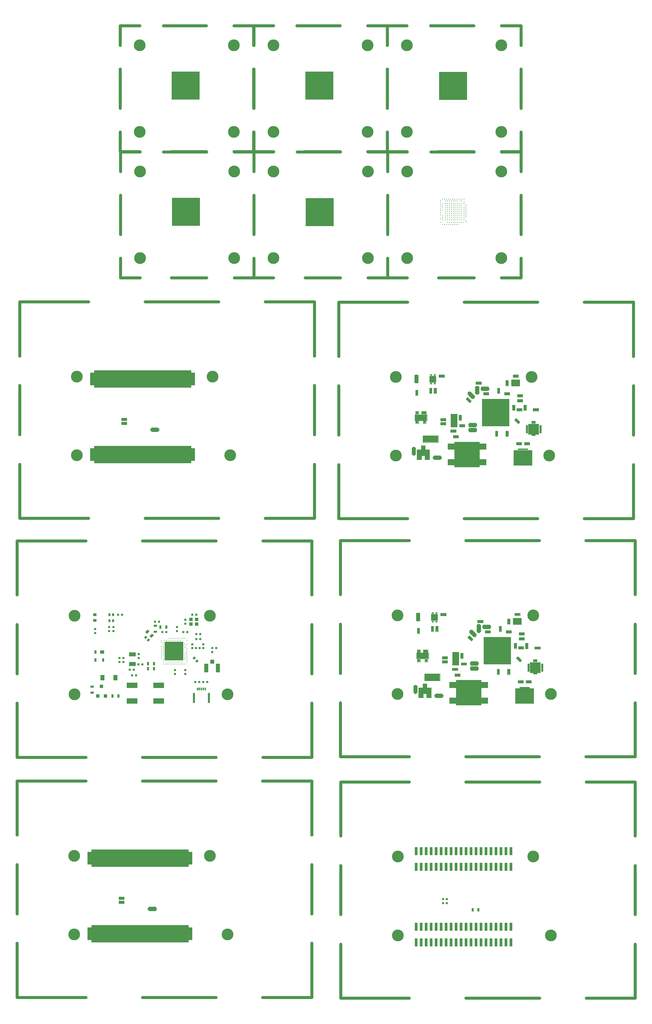
<source format=gtp>
G04 Layer_Color=8421504*
%FSLAX25Y25*%
%MOIN*%
G70*
G01*
G75*
%ADD10C,0.11811*%
%ADD11R,0.27953X0.27953*%
%ADD12R,0.01968X0.02362*%
%ADD13R,0.02992X0.07874*%
%ADD14R,0.02362X0.03543*%
%ADD15C,0.03000*%
%ADD16C,0.00050*%
%ADD17R,0.03839X0.12795*%
%ADD18R,0.97244X0.17323*%
%ADD19R,0.05512X0.02559*%
%ADD20R,0.02559X0.05512*%
%ADD21R,0.01968X0.01575*%
%ADD22R,0.06693X0.07087*%
%ADD23R,0.02559X0.05512*%
G04:AMPARAMS|DCode=24|XSize=55.12mil|YSize=25.59mil|CornerRadius=0mil|HoleSize=0mil|Usage=FLASHONLY|Rotation=315.000|XOffset=0mil|YOffset=0mil|HoleType=Round|Shape=Rectangle|*
%AMROTATEDRECTD24*
4,1,4,-0.02854,0.01044,-0.01044,0.02854,0.02854,-0.01044,0.01044,-0.02854,-0.02854,0.01044,0.0*
%
%ADD24ROTATEDRECTD24*%

%ADD25R,0.11024X0.11024*%
%ADD26R,0.02362X0.07874*%
%ADD27R,0.03937X0.01181*%
%ADD28R,0.03937X0.02756*%
%ADD29R,0.18898X0.15551*%
%ADD30R,0.10236X0.01575*%
%ADD31R,0.27756X0.27756*%
%ADD32R,0.08661X0.07087*%
%ADD33R,0.07087X0.13386*%
%ADD34R,0.03150X0.03150*%
%ADD35R,0.04626X0.03150*%
%ADD36R,0.12205X0.05905*%
%ADD37R,0.25197X0.25197*%
%ADD38R,0.06693X0.06299*%
%ADD39R,0.15354X0.07087*%
%ADD40C,0.01319*%
%ADD41C,0.01315*%
%ADD42R,0.02362X0.01968*%
%ADD43R,0.03937X0.05512*%
%ADD44R,0.10827X0.05512*%
%ADD45R,0.07087X0.03937*%
%ADD46R,0.03740X0.03347*%
%ADD47R,0.03543X0.03740*%
%ADD48R,0.19095X0.19095*%
%ADD49C,0.01181*%
%ADD50R,0.02362X0.02362*%
%ADD51R,0.03543X0.02362*%
%ADD52R,0.01181X0.03150*%
%ADD53R,0.02362X0.10236*%
G04:AMPARAMS|DCode=54|XSize=43.31mil|YSize=88.58mil|CornerRadius=10.83mil|HoleSize=0mil|Usage=FLASHONLY|Rotation=180.000|XOffset=0mil|YOffset=0mil|HoleType=Round|Shape=RoundedRectangle|*
%AMROUNDEDRECTD54*
21,1,0.04331,0.06693,0,0,180.0*
21,1,0.02165,0.08858,0,0,180.0*
1,1,0.02165,-0.01083,0.03347*
1,1,0.02165,0.01083,0.03347*
1,1,0.02165,0.01083,-0.03347*
1,1,0.02165,-0.01083,-0.03347*
%
%ADD54ROUNDEDRECTD54*%
G04:AMPARAMS|DCode=55|XSize=41.34mil|YSize=43.31mil|CornerRadius=10.34mil|HoleSize=0mil|Usage=FLASHONLY|Rotation=180.000|XOffset=0mil|YOffset=0mil|HoleType=Round|Shape=RoundedRectangle|*
%AMROUNDEDRECTD55*
21,1,0.04134,0.02264,0,0,180.0*
21,1,0.02067,0.04331,0,0,180.0*
1,1,0.02067,-0.01034,0.01132*
1,1,0.02067,0.01034,0.01132*
1,1,0.02067,0.01034,-0.01132*
1,1,0.02067,-0.01034,-0.01132*
%
%ADD55ROUNDEDRECTD55*%
G04:AMPARAMS|DCode=56|XSize=23.62mil|YSize=35.43mil|CornerRadius=0mil|HoleSize=0mil|Usage=FLASHONLY|Rotation=315.000|XOffset=0mil|YOffset=0mil|HoleType=Round|Shape=Rectangle|*
%AMROTATEDRECTD56*
4,1,4,-0.02088,-0.00418,0.00418,0.02088,0.02088,0.00418,-0.00418,-0.02088,-0.02088,-0.00418,0.0*
%
%ADD56ROTATEDRECTD56*%

G04:AMPARAMS|DCode=57|XSize=19.68mil|YSize=23.62mil|CornerRadius=0mil|HoleSize=0mil|Usage=FLASHONLY|Rotation=135.000|XOffset=0mil|YOffset=0mil|HoleType=Round|Shape=Rectangle|*
%AMROTATEDRECTD57*
4,1,4,0.01531,0.00139,-0.00139,-0.01531,-0.01531,-0.00139,0.00139,0.01531,0.01531,0.00139,0.0*
%
%ADD57ROTATEDRECTD57*%

%ADD58R,0.02165X0.03150*%
%ADD59R,0.03200X0.03000*%
%ADD60R,0.02362X0.03347*%
%ADD61R,0.03937X0.03347*%
G36*
X463614Y372705D02*
X464598D01*
Y365815D01*
X463614D01*
Y365028D01*
X461646D01*
Y365815D01*
X460661D01*
Y372705D01*
X461646D01*
Y373492D01*
X463614D01*
Y372705D01*
D02*
G37*
G36*
X524147Y348433D02*
X518635D01*
Y350992D01*
X524147D01*
Y348433D01*
D02*
G37*
G36*
X460458Y363216D02*
X459762Y362520D01*
X460319Y361963D01*
X458927Y360571D01*
X458370Y361128D01*
X457674Y360432D01*
X452802Y365304D01*
X453498Y366000D01*
X452941Y366557D01*
X454333Y367949D01*
X454890Y367392D01*
X455586Y368088D01*
X460458Y363216D01*
D02*
G37*
G36*
X402803Y384390D02*
X403787D01*
Y376516D01*
X402803D01*
Y376122D01*
X400835D01*
Y376516D01*
X399850D01*
Y384390D01*
X400835D01*
Y384784D01*
X402803D01*
Y384390D01*
D02*
G37*
G36*
X473894Y371819D02*
X474681D01*
Y369850D01*
X473894D01*
Y368866D01*
X467004D01*
Y369850D01*
X466217D01*
Y371819D01*
X467004D01*
Y372803D01*
X473894D01*
Y371819D01*
D02*
G37*
G36*
X461575Y335244D02*
X462362D01*
Y333276D01*
X461575D01*
Y332291D01*
X454685D01*
Y333276D01*
X453898D01*
Y335244D01*
X454685D01*
Y336228D01*
X461575D01*
Y335244D01*
D02*
G37*
G36*
X426075Y302744D02*
X426862D01*
Y300776D01*
X426075D01*
Y299791D01*
X419185D01*
Y300776D01*
X418398D01*
Y302744D01*
X419185D01*
Y303728D01*
X426075D01*
Y302744D01*
D02*
G37*
G36*
X138771Y90524D02*
Y89539D01*
X139558Y89539D01*
Y87571D01*
X138771Y87571D01*
Y86587D01*
X131881Y86587D01*
Y87571D01*
X131094D01*
Y89539D01*
X131881D01*
Y90524D01*
X138771Y90524D01*
D02*
G37*
G36*
X410618Y309734D02*
X414850D01*
Y299793D01*
X410421D01*
Y303829D01*
X406878D01*
Y299793D01*
X402350D01*
Y309734D01*
X406681D01*
Y313770D01*
X410618D01*
Y309734D01*
D02*
G37*
G36*
X461575Y330244D02*
X462362D01*
Y328276D01*
X461575D01*
Y327291D01*
X454685D01*
Y328276D01*
X453898D01*
Y330244D01*
X454685D01*
Y331228D01*
X461575D01*
Y330244D01*
D02*
G37*
G36*
X400083Y311705D02*
X401067D01*
Y304815D01*
X400083D01*
Y304028D01*
X398114D01*
Y304815D01*
X397130D01*
Y311705D01*
X398114D01*
Y312492D01*
X400083D01*
Y311705D01*
D02*
G37*
G36*
X461941Y611189D02*
X462925D01*
Y604299D01*
X461941D01*
Y603512D01*
X459972D01*
Y604299D01*
X458988D01*
Y611189D01*
X459972D01*
Y611976D01*
X461941D01*
Y611189D01*
D02*
G37*
G36*
X522474Y586917D02*
X516962D01*
Y589476D01*
X522474D01*
Y586917D01*
D02*
G37*
G36*
X458784Y601700D02*
X458089Y601004D01*
X458645Y600447D01*
X457253Y599055D01*
X456697Y599612D01*
X456001Y598916D01*
X451129Y603788D01*
X451825Y604484D01*
X451268Y605041D01*
X452660Y606433D01*
X453217Y605876D01*
X453913Y606572D01*
X458784Y601700D01*
D02*
G37*
G36*
X401130Y622874D02*
X402114D01*
Y615000D01*
X401130D01*
Y614606D01*
X399161D01*
Y615000D01*
X398177D01*
Y622874D01*
X399161D01*
Y623268D01*
X401130D01*
Y622874D01*
D02*
G37*
G36*
X472221Y610303D02*
X473008D01*
Y608335D01*
X472221D01*
Y607350D01*
X465331D01*
Y608335D01*
X464543D01*
Y610303D01*
X465331D01*
Y611287D01*
X472221D01*
Y610303D01*
D02*
G37*
G36*
X459902Y573728D02*
X460689D01*
Y571760D01*
X459902D01*
Y570776D01*
X453012D01*
Y571760D01*
X452224D01*
Y573728D01*
X453012D01*
Y574713D01*
X459902D01*
Y573728D01*
D02*
G37*
G36*
X408945Y548218D02*
X413177D01*
Y538277D01*
X408748D01*
Y542313D01*
X405205D01*
Y538277D01*
X400677D01*
Y548218D01*
X405008D01*
Y552254D01*
X408945D01*
Y548218D01*
D02*
G37*
G36*
X424402Y541228D02*
X425189D01*
Y539260D01*
X424402D01*
Y538276D01*
X417512D01*
Y539260D01*
X416724D01*
Y541228D01*
X417512D01*
Y542213D01*
X424402D01*
Y541228D01*
D02*
G37*
G36*
X398409Y550189D02*
X399394D01*
Y543299D01*
X398409D01*
Y542512D01*
X396441D01*
Y543299D01*
X395457D01*
Y550189D01*
X396441D01*
Y550976D01*
X398409D01*
Y550189D01*
D02*
G37*
G36*
X141428Y570051D02*
Y569067D01*
X142216Y569067D01*
Y567098D01*
X141428Y567098D01*
Y566114D01*
X134539Y566114D01*
Y567098D01*
X133751D01*
Y569067D01*
X134539D01*
Y570051D01*
X141428Y570051D01*
D02*
G37*
G36*
X459902Y568728D02*
X460689D01*
Y566760D01*
X459902D01*
Y565776D01*
X453012D01*
Y566760D01*
X452224D01*
Y568728D01*
X453012D01*
Y569713D01*
X459902D01*
Y568728D01*
D02*
G37*
D10*
X485335Y739961D02*
D03*
X390846D02*
D03*
X485335Y826575D02*
D03*
X390846D02*
D03*
X256988D02*
D03*
X351476D02*
D03*
X256988Y739961D02*
D03*
X351476D02*
D03*
X123130Y826575D02*
D03*
X217618D02*
D03*
X123130Y739961D02*
D03*
X217618D02*
D03*
X351279Y866142D02*
D03*
X256791D02*
D03*
X351279Y952756D02*
D03*
X256791D02*
D03*
X485138Y866142D02*
D03*
X390650D02*
D03*
X485138Y952756D02*
D03*
X390650D02*
D03*
X217323Y866142D02*
D03*
X122835D02*
D03*
X217323Y952756D02*
D03*
X122835D02*
D03*
X60055Y621134D02*
D03*
Y542394D02*
D03*
X213598D02*
D03*
X195882Y621134D02*
D03*
X379728Y620795D02*
D03*
Y542055D02*
D03*
X533272D02*
D03*
X515555Y620795D02*
D03*
X57480Y381968D02*
D03*
Y303228D02*
D03*
X211024D02*
D03*
X193307Y381968D02*
D03*
X517228Y382311D02*
D03*
X534945Y303571D02*
D03*
X381401D02*
D03*
Y382311D02*
D03*
X193224Y141606D02*
D03*
X210941Y62866D02*
D03*
X57398D02*
D03*
Y141606D02*
D03*
X517378Y140720D02*
D03*
X535094Y61980D02*
D03*
X381551D02*
D03*
Y140720D02*
D03*
D11*
X303248Y786024D02*
D03*
X169390Y786221D02*
D03*
X303051Y912402D02*
D03*
X436909Y912205D02*
D03*
X169095Y912402D02*
D03*
D12*
X426780Y98169D02*
D03*
X430717D02*
D03*
X426780Y94169D02*
D03*
X430717D02*
D03*
X116846Y328017D02*
D03*
X112909D02*
D03*
X102709Y335417D02*
D03*
X106646D02*
D03*
X102709Y339417D02*
D03*
X106646D02*
D03*
X115409Y322217D02*
D03*
X119346D02*
D03*
X199438Y349370D02*
D03*
X138272Y375917D02*
D03*
X142209D02*
D03*
X179133Y349370D02*
D03*
X183070D02*
D03*
X178709Y315417D02*
D03*
X182646D02*
D03*
X186709D02*
D03*
X190646D02*
D03*
X125597Y333339D02*
D03*
X121660D02*
D03*
X149677Y365417D02*
D03*
X145740D02*
D03*
X170677D02*
D03*
X166740D02*
D03*
X179740Y363417D02*
D03*
X183677D02*
D03*
X179740Y358417D02*
D03*
X183677D02*
D03*
X179446Y383017D02*
D03*
X175509D02*
D03*
X101240Y382917D02*
D03*
X105177D02*
D03*
D13*
X494799Y146191D02*
D03*
Y130443D02*
D03*
X489799D02*
D03*
Y146191D02*
D03*
X484799Y130443D02*
D03*
Y146191D02*
D03*
X479799Y130443D02*
D03*
Y146191D02*
D03*
X474799Y130443D02*
D03*
Y146191D02*
D03*
X459799D02*
D03*
Y130443D02*
D03*
X454799Y146191D02*
D03*
Y130443D02*
D03*
X449799Y146191D02*
D03*
Y130443D02*
D03*
X444799Y146191D02*
D03*
Y130443D02*
D03*
X439799Y146191D02*
D03*
Y130443D02*
D03*
X434799Y146191D02*
D03*
Y130443D02*
D03*
X429799Y146191D02*
D03*
Y130443D02*
D03*
X424799Y146191D02*
D03*
Y130443D02*
D03*
X419799Y146191D02*
D03*
Y130443D02*
D03*
X414799Y146191D02*
D03*
Y130443D02*
D03*
X409799Y146191D02*
D03*
Y130443D02*
D03*
X404799Y146191D02*
D03*
Y130443D02*
D03*
X399799D02*
D03*
Y146191D02*
D03*
X464799D02*
D03*
Y130443D02*
D03*
X469799Y146191D02*
D03*
Y130443D02*
D03*
X494799Y70604D02*
D03*
Y54856D02*
D03*
X489799D02*
D03*
Y70604D02*
D03*
X484799Y54856D02*
D03*
Y70604D02*
D03*
X479799Y54856D02*
D03*
Y70604D02*
D03*
X474799Y54856D02*
D03*
Y70604D02*
D03*
X459799D02*
D03*
Y54856D02*
D03*
X454799Y70604D02*
D03*
Y54856D02*
D03*
X449799Y70604D02*
D03*
Y54856D02*
D03*
X444799Y70604D02*
D03*
Y54856D02*
D03*
X439799Y70604D02*
D03*
Y54856D02*
D03*
X434799Y70604D02*
D03*
Y54856D02*
D03*
X429799Y70604D02*
D03*
Y54856D02*
D03*
X424799Y70604D02*
D03*
Y54856D02*
D03*
X419799Y70604D02*
D03*
Y54856D02*
D03*
X414799Y70604D02*
D03*
Y54856D02*
D03*
X409799Y70604D02*
D03*
Y54856D02*
D03*
X404799Y70604D02*
D03*
Y54856D02*
D03*
X399799D02*
D03*
Y70604D02*
D03*
X464799D02*
D03*
Y54856D02*
D03*
X469799Y70604D02*
D03*
Y54856D02*
D03*
D14*
X462432Y87669D02*
D03*
X456527D02*
D03*
X95756Y301417D02*
D03*
X101661D02*
D03*
X137161Y328917D02*
D03*
X131256D02*
D03*
X143575Y370492D02*
D03*
X149480D02*
D03*
X137161Y333917D02*
D03*
X131256D02*
D03*
D15*
X414468Y846260D02*
X457776D01*
X371161Y763583D02*
Y802953D01*
X422342Y720276D02*
X457776D01*
X505020Y763583D02*
Y802953D01*
X485335Y720276D02*
X505020D01*
X371161D02*
X390846D01*
X505020Y826575D02*
Y846260D01*
Y720276D02*
Y739961D01*
X485335Y846260D02*
X505020D01*
X371161D02*
X390846D01*
X371161Y826575D02*
Y846260D01*
Y720276D02*
Y739961D01*
X237303Y720276D02*
Y739961D01*
Y826575D02*
Y846260D01*
X256988D01*
X351476D02*
X371161D01*
Y720276D02*
Y739961D01*
Y826575D02*
Y846260D01*
X237303Y720276D02*
X256988D01*
X351476D02*
X371161D01*
Y763583D02*
Y802953D01*
X288484Y720276D02*
X323917D01*
X237303Y763583D02*
Y802953D01*
X280610Y846260D02*
X323917D01*
X103445Y720276D02*
Y739961D01*
Y826575D02*
Y846260D01*
X123130D01*
X217618D02*
X237303D01*
Y720276D02*
Y739961D01*
Y826575D02*
Y846260D01*
X103445Y720276D02*
X123130D01*
X217618D02*
X237303D01*
Y763583D02*
Y802953D01*
X154626Y720276D02*
X190059D01*
X103445Y763583D02*
Y802953D01*
X146752Y846260D02*
X190059D01*
X280413Y972441D02*
X323721D01*
X237106Y889764D02*
Y929134D01*
X288287Y846457D02*
X323721D01*
X370965Y889764D02*
Y929134D01*
X351279Y846457D02*
X370965D01*
X237106D02*
X256791D01*
X370965Y952756D02*
Y972441D01*
Y846457D02*
Y866142D01*
X351279Y972441D02*
X370965D01*
X237106D02*
X256791D01*
X237106Y952756D02*
Y972441D01*
Y846457D02*
Y866142D01*
X414272Y972441D02*
X457579D01*
X370965Y889764D02*
Y929134D01*
X422146Y846457D02*
X457579D01*
X504823Y889764D02*
Y929134D01*
X485138Y846457D02*
X504823D01*
X370965D02*
X390650D01*
X504823Y952756D02*
Y972441D01*
Y846457D02*
Y866142D01*
X485138Y972441D02*
X504823D01*
X370965D02*
X390650D01*
X370965Y952756D02*
Y972441D01*
Y846457D02*
Y866142D01*
X504823Y846457D02*
Y866142D01*
Y952756D02*
Y972441D01*
Y889764D02*
Y929134D01*
X146457Y972441D02*
X189764D01*
X103150Y889764D02*
Y929134D01*
X154331Y846457D02*
X189764D01*
X237008Y889764D02*
Y929134D01*
X217323Y846457D02*
X237008D01*
X103150D02*
X122835D01*
X237008Y952756D02*
Y972441D01*
Y846457D02*
Y866142D01*
X217323Y972441D02*
X237008D01*
X103150D02*
X122835D01*
X103150Y952756D02*
Y972441D01*
Y846457D02*
Y866142D01*
X237008Y889764D02*
Y929134D01*
Y952756D02*
Y972441D01*
Y846457D02*
Y866142D01*
X297933Y563189D02*
Y612402D01*
X297933Y479528D02*
Y533661D01*
Y641929D02*
Y696063D01*
X2657Y641929D02*
Y696063D01*
Y479528D02*
Y533661D01*
X128150Y479528D02*
X201969D01*
X2657Y479528D02*
X71555D01*
X248721D02*
X297933D01*
X248721Y696063D02*
X297933D01*
X2657D02*
X71555D01*
X2657Y563189D02*
Y612402D01*
X128150Y696063D02*
X201969D01*
X617606Y562850D02*
Y612063D01*
X617606Y479189D02*
Y533323D01*
Y641590D02*
Y695724D01*
X322331Y641590D02*
Y695724D01*
Y479189D02*
Y533323D01*
X447823Y479189D02*
X521642D01*
X322331Y479189D02*
X391228D01*
X568394D02*
X617606D01*
X568394Y695724D02*
X617606D01*
X322331D02*
X391228D01*
X322331Y562850D02*
Y612063D01*
X447823Y695724D02*
X521642D01*
X125575Y456898D02*
X199394D01*
X83Y324024D02*
Y373236D01*
X83Y456898D02*
X68980D01*
X246146D02*
X295358D01*
X246146Y240362D02*
X295358D01*
X83D02*
X68980D01*
X125575Y240362D02*
X199394D01*
X83Y240362D02*
Y294496D01*
Y402764D02*
Y456898D01*
X295358Y402764D02*
Y456898D01*
Y240362D02*
Y294496D01*
X295358Y324024D02*
Y373236D01*
X449496Y457240D02*
X523315D01*
X324004Y324366D02*
Y373579D01*
X324004Y457240D02*
X392901D01*
X570067D02*
X619279D01*
X570067Y240705D02*
X619279D01*
X324004D02*
X392901D01*
X449496Y240705D02*
X523315D01*
X324004Y240705D02*
Y294839D01*
Y403106D02*
Y457240D01*
X619279Y403106D02*
Y457240D01*
Y240705D02*
Y294839D01*
X619280Y324366D02*
Y373579D01*
X125492Y216535D02*
X199311D01*
X0Y83661D02*
Y132874D01*
X0Y216535D02*
X68898D01*
X246063D02*
X295276D01*
X246063Y0D02*
X295276D01*
X0D02*
X68898D01*
X125492Y-0D02*
X199311D01*
X0Y0D02*
Y54134D01*
Y162402D02*
Y216535D01*
X295276Y162402D02*
Y216535D01*
Y0D02*
Y54134D01*
X295276Y83661D02*
Y132874D01*
X449646Y215650D02*
X523464D01*
X324154Y82776D02*
Y131988D01*
X324153Y215650D02*
X393051D01*
X570217D02*
X619429D01*
X570217Y-886D02*
X619429D01*
X324153D02*
X393051D01*
X449646Y-886D02*
X523464D01*
X324153Y-886D02*
Y53248D01*
Y161516D02*
Y215650D01*
X619429Y161516D02*
Y215650D01*
Y-886D02*
Y53248D01*
X619429Y82776D02*
Y131988D01*
D16*
X134539Y570051D02*
X141428Y570051D01*
X134539Y566114D02*
X141428Y566114D01*
X134539Y566114D02*
Y567098D01*
X133751D02*
X134539D01*
X133751D02*
Y569067D01*
X134539D01*
Y570051D01*
X141428Y569067D02*
Y570051D01*
Y569067D02*
X142216Y569067D01*
Y567098D02*
Y569067D01*
X141428Y567098D02*
X142216Y567098D01*
X141428Y566114D02*
Y567098D01*
X104496Y575862D02*
X110008D01*
X104496Y573303D02*
X110008D01*
X104496D02*
Y575862D01*
X110008Y573303D02*
Y575862D01*
X104496Y579862D02*
X110008D01*
X104496Y577303D02*
X110008D01*
X104496D02*
Y579862D01*
X110008Y577303D02*
Y579862D01*
X422701Y620465D02*
Y623024D01*
X428213Y620465D02*
Y623024D01*
X422701Y620465D02*
X428213D01*
X422701Y623024D02*
X428213D01*
X413177Y610000D02*
X415736D01*
X413177Y604488D02*
X415736D01*
X413177D02*
Y610000D01*
X415736Y604488D02*
Y610000D01*
X417677D02*
X420236D01*
X417677Y604488D02*
X420236D01*
X417677D02*
Y610000D01*
X420236Y604488D02*
Y610000D01*
X399197Y608022D02*
X401756D01*
X399197Y602510D02*
X401756D01*
X399197D02*
Y608022D01*
X401756Y602510D02*
Y608022D01*
X496969Y623124D02*
X502481D01*
X496969Y620565D02*
X502481D01*
Y623124D01*
X496969Y620565D02*
Y623124D01*
X492236Y611988D02*
Y617500D01*
X489677Y611988D02*
Y617500D01*
Y611988D02*
X492236D01*
X489677Y617500D02*
X492236D01*
X496470Y587441D02*
Y592953D01*
X499029Y587441D02*
Y592953D01*
X496470D02*
X499029D01*
X496470Y587441D02*
X499029D01*
X507670Y587409D02*
Y592921D01*
X510229Y587409D02*
Y592921D01*
X507670D02*
X510229D01*
X507670Y587409D02*
X510229D01*
X449623Y598810D02*
X453520Y594912D01*
X451432Y600619D02*
X455330Y596722D01*
X449623Y598810D02*
X451432Y600619D01*
X453520Y594912D02*
X455330Y596722D01*
X453012Y570776D02*
X459902D01*
X453012Y574713D02*
X459902D01*
X453012Y573728D02*
Y574713D01*
X452224Y573728D02*
X453012D01*
X452224Y571760D02*
Y573728D01*
Y571760D02*
X453012D01*
Y570776D02*
Y571760D01*
X459902Y570776D02*
Y571760D01*
X460689D01*
Y573728D01*
X459902D02*
X460689D01*
X459902D02*
Y574713D01*
X481736Y561488D02*
Y567000D01*
X479177Y561488D02*
Y567000D01*
Y561488D02*
X481736D01*
X479177Y567000D02*
X481736D01*
X492136Y561488D02*
Y567000D01*
X489577Y561488D02*
Y567000D01*
Y561488D02*
X492136D01*
X489577Y567000D02*
X492136D01*
X500181Y579698D02*
X504079Y575800D01*
X498372Y577888D02*
X502269Y573991D01*
X504079Y575800D01*
X498372Y577888D02*
X500181Y579698D01*
X501201Y595965D02*
X506713D01*
X501201Y598524D02*
X506713D01*
X501201Y595965D02*
Y598524D01*
X506713Y595965D02*
Y598524D01*
X501201Y600965D02*
X506713D01*
X501201Y603524D02*
X506713D01*
X501201Y600965D02*
Y603524D01*
X506713Y600965D02*
Y603524D01*
X488201Y605524D02*
X493713D01*
X488201Y602965D02*
X493713D01*
Y605524D01*
X488201Y602965D02*
Y605524D01*
X481177Y604488D02*
Y610000D01*
X483736Y604488D02*
Y610000D01*
X481177D02*
X483736D01*
X481177Y604488D02*
X483736D01*
X451129Y603788D02*
X456001Y598916D01*
X453913Y606572D02*
X458784Y601700D01*
X453217Y605876D02*
X453913Y606572D01*
X452660Y606433D02*
X453217Y605876D01*
X451268Y605041D02*
X452660Y606433D01*
X451268Y605041D02*
X451825Y604484D01*
X451129Y603788D02*
X451825Y604484D01*
X456001Y598916D02*
X456697Y599612D01*
X457253Y599055D01*
X458645Y600447D01*
X458089Y601004D02*
X458645Y600447D01*
X458089Y601004D02*
X458784Y601700D01*
X465331Y611287D02*
X472221D01*
X465331Y607350D02*
X472221D01*
Y608335D01*
X473008D01*
Y610303D01*
X472221D02*
X473008D01*
X472221D02*
Y611287D01*
X465331Y610303D02*
Y611287D01*
X464543Y610303D02*
X465331D01*
X464543Y608335D02*
Y610303D01*
Y608335D02*
X465331D01*
Y607350D02*
Y608335D01*
X467201Y605524D02*
X472713D01*
X467201Y602965D02*
X472713D01*
Y605524D01*
X467201Y602965D02*
Y605524D01*
X445356Y577510D02*
Y583022D01*
X442797Y577510D02*
Y583022D01*
Y577510D02*
X445356D01*
X442797Y583022D02*
X445356D01*
X443120Y573445D02*
X448632D01*
X443120Y570886D02*
X448632D01*
Y573445D01*
X443120Y570886D02*
Y573445D01*
X453012Y565776D02*
X459902D01*
X453012Y569713D02*
X459902D01*
X453012Y568728D02*
Y569713D01*
X452224Y568728D02*
X453012D01*
X452224Y566760D02*
Y568728D01*
Y566760D02*
X453012D01*
Y565776D02*
Y566760D01*
X459902Y565776D02*
Y566760D01*
X460689D01*
Y568728D01*
X459902D02*
X460689D01*
X459902D02*
Y569713D01*
X508169Y552965D02*
X513681D01*
X508169Y555524D02*
X513681D01*
X508169Y552965D02*
Y555524D01*
X513681Y552965D02*
Y555524D01*
X500169Y552965D02*
X505681D01*
X500169Y555524D02*
X505681D01*
X500169Y552965D02*
Y555524D01*
X505681Y552965D02*
Y555524D01*
X399394Y543299D02*
Y550189D01*
X395457Y543299D02*
Y550189D01*
Y543299D02*
X396441D01*
Y542512D02*
Y543299D01*
Y542512D02*
X398409D01*
Y543299D01*
X399394D01*
X398409Y550189D02*
X399394D01*
X398409D02*
Y550976D01*
X396441D02*
X398409D01*
X396441Y550189D02*
Y550976D01*
X395457Y550189D02*
X396441D01*
X417512Y542213D02*
X424402D01*
X417512Y538276D02*
X424402D01*
Y539260D01*
X425189D01*
Y541228D01*
X424402D02*
X425189D01*
X424402D02*
Y542213D01*
X417512Y541228D02*
Y542213D01*
X416724Y541228D02*
X417512D01*
X416724Y539260D02*
Y541228D01*
Y539260D02*
X417512D01*
Y538276D02*
Y539260D01*
X500593Y586917D02*
X506105D01*
X500593Y589476D02*
X506105D01*
X500593Y586917D02*
Y589476D01*
X506105Y586917D02*
Y589476D01*
X462925Y604299D02*
Y611189D01*
X458988Y604299D02*
Y611189D01*
Y604299D02*
X459972D01*
Y603512D02*
Y604299D01*
Y603512D02*
X461941D01*
Y604299D01*
X462925D01*
X461941Y611189D02*
X462925D01*
X461941D02*
Y611976D01*
X459972D02*
X461941D01*
X459972Y611189D02*
Y611976D01*
X458988Y611189D02*
X459972D01*
X459732Y613465D02*
X465244D01*
X459732Y616024D02*
X465244D01*
X459732Y613465D02*
Y616024D01*
X465244Y613465D02*
Y616024D01*
X522474Y586917D02*
Y589476D01*
X516962Y586917D02*
Y589476D01*
Y586917D02*
X522474D01*
X516962Y589476D02*
X522474D01*
X436869Y559765D02*
X442381D01*
X436869Y562324D02*
X442381D01*
X436869Y559765D02*
Y562324D01*
X442381Y559765D02*
Y562324D01*
X424169Y572965D02*
X429681D01*
X424169Y575524D02*
X429681D01*
X424169Y572965D02*
Y575524D01*
X429681Y572965D02*
Y575524D01*
X424169Y576965D02*
X429681D01*
X424169Y579524D02*
X429681D01*
X424169Y576965D02*
Y579524D01*
X429681Y576965D02*
Y579524D01*
X405008Y548218D02*
Y552254D01*
X408945D01*
Y548218D02*
Y552254D01*
X400677Y542313D02*
Y548218D01*
X413177Y542313D02*
Y548218D01*
X408945D02*
X413177D01*
Y538277D02*
Y542313D01*
X408748Y538277D02*
X413177D01*
X408748D02*
Y542313D01*
X405205Y538277D02*
Y542313D01*
X401661Y538277D02*
X405205D01*
X400677D02*
Y542313D01*
Y538277D02*
X401661D01*
X405205Y542313D02*
X408748D01*
X400677Y548218D02*
X405008D01*
X409902Y583232D02*
Y586382D01*
X405276D02*
X409902D01*
X405276Y583232D02*
Y586382D01*
X402520Y583232D02*
Y586382D01*
X399370D02*
X402520D01*
X399370Y583232D02*
Y586382D01*
X402520Y574177D02*
Y577327D01*
X399370Y574177D02*
X402520D01*
X399370D02*
Y577327D01*
X406850Y574177D02*
Y577327D01*
Y574177D02*
X410000D01*
Y577327D01*
X409902Y583232D02*
X410787D01*
X410000Y577327D02*
X410787D01*
Y583232D01*
X402520D02*
X405276D01*
X398583D02*
X399370D01*
X398583Y577327D02*
Y583232D01*
Y577327D02*
X399370D01*
X402520D02*
X406850D01*
X406752Y555201D02*
X422106D01*
Y558744D01*
X406752Y562287D02*
X422106D01*
Y558744D02*
Y562287D01*
X406752Y555201D02*
Y562287D01*
X434369Y568124D02*
X439881D01*
X434369Y565565D02*
X439881D01*
Y568124D01*
X434369Y565565D02*
Y568124D01*
X436042Y329639D02*
X441554D01*
X436042Y327080D02*
X441554D01*
Y329639D01*
X436042Y327080D02*
Y329639D01*
X408425Y316717D02*
X423779D01*
Y320260D01*
X408425Y323803D02*
X423779D01*
Y320260D02*
Y323803D01*
X408425Y316717D02*
Y323803D01*
X411575Y344748D02*
Y347898D01*
X406949D02*
X411575D01*
X406949Y344748D02*
Y347898D01*
X404193Y344748D02*
Y347898D01*
X401043D02*
X404193D01*
X401043Y344748D02*
Y347898D01*
X404193Y335693D02*
Y338843D01*
X401043Y335693D02*
X404193D01*
X401043D02*
Y338843D01*
X408524Y335693D02*
Y338843D01*
Y335693D02*
X411673D01*
Y338843D01*
X411575Y344748D02*
X412461D01*
X411673Y338843D02*
X412461D01*
Y344748D01*
X404193D02*
X406949D01*
X400256D02*
X401043D01*
X400256Y338843D02*
Y344748D01*
Y338843D02*
X401043D01*
X404193D02*
X408524D01*
X406681Y309734D02*
Y313770D01*
X410618D01*
Y309734D02*
Y313770D01*
X402350Y303829D02*
Y309734D01*
X414850Y303829D02*
Y309734D01*
X410618D02*
X414850D01*
Y299793D02*
Y303829D01*
X410421Y299793D02*
X414850D01*
X410421D02*
Y303829D01*
X406878Y299793D02*
Y303829D01*
X403335Y299793D02*
X406878D01*
X402350D02*
Y303829D01*
Y299793D02*
X403335D01*
X406878Y303829D02*
X410421D01*
X402350Y309734D02*
X406681D01*
X425843Y338480D02*
X431354D01*
X425843Y341039D02*
X431354D01*
X425843Y338480D02*
Y341039D01*
X431354Y338480D02*
Y341039D01*
X425843Y334480D02*
X431354D01*
X425843Y337039D02*
X431354D01*
X425843Y334480D02*
Y337039D01*
X431354Y334480D02*
Y337039D01*
X438543Y321280D02*
X444054D01*
X438543Y323839D02*
X444054D01*
X438543Y321280D02*
Y323839D01*
X444054Y321280D02*
Y323839D01*
X524147Y348433D02*
Y350992D01*
X518635Y348433D02*
Y350992D01*
Y348433D02*
X524147D01*
X518635Y350992D02*
X524147D01*
X461406Y374980D02*
X466917D01*
X461406Y377539D02*
X466917D01*
X461406Y374980D02*
Y377539D01*
X466917Y374980D02*
Y377539D01*
X464598Y365815D02*
Y372705D01*
X460661Y365815D02*
Y372705D01*
Y365815D02*
X461646D01*
Y365028D02*
Y365815D01*
Y365028D02*
X463614D01*
Y365815D01*
X464598D01*
X463614Y372705D02*
X464598D01*
X463614D02*
Y373492D01*
X461646D02*
X463614D01*
X461646Y372705D02*
Y373492D01*
X460661Y372705D02*
X461646D01*
X502267Y348433D02*
X507778D01*
X502267Y350992D02*
X507778D01*
X502267Y348433D02*
Y350992D01*
X507778Y348433D02*
Y350992D01*
X419185Y303728D02*
X426075D01*
X419185Y299791D02*
X426075D01*
Y300776D01*
X426862D01*
Y302744D01*
X426075D02*
X426862D01*
X426075D02*
Y303728D01*
X419185Y302744D02*
Y303728D01*
X418398Y302744D02*
X419185D01*
X418398Y300776D02*
Y302744D01*
Y300776D02*
X419185D01*
Y299791D02*
Y300776D01*
X401067Y304815D02*
Y311705D01*
X397130Y304815D02*
Y311705D01*
Y304815D02*
X398114D01*
Y304028D02*
Y304815D01*
Y304028D02*
X400083D01*
Y304815D01*
X401067D01*
X400083Y311705D02*
X401067D01*
X400083D02*
Y312492D01*
X398114D02*
X400083D01*
X398114Y311705D02*
Y312492D01*
X397130Y311705D02*
X398114D01*
X501842Y314480D02*
X507354D01*
X501842Y317039D02*
X507354D01*
X501842Y314480D02*
Y317039D01*
X507354Y314480D02*
Y317039D01*
X509842Y314480D02*
X515354D01*
X509842Y317039D02*
X515354D01*
X509842Y314480D02*
Y317039D01*
X515354Y314480D02*
Y317039D01*
X454685Y327291D02*
X461575D01*
X454685Y331228D02*
X461575D01*
X454685Y330244D02*
Y331228D01*
X453898Y330244D02*
X454685D01*
X453898Y328276D02*
Y330244D01*
Y328276D02*
X454685D01*
Y327291D02*
Y328276D01*
X461575Y327291D02*
Y328276D01*
X462362D01*
Y330244D01*
X461575D02*
X462362D01*
X461575D02*
Y331228D01*
X444794Y334961D02*
X450306D01*
X444794Y332402D02*
X450306D01*
Y334961D01*
X444794Y332402D02*
Y334961D01*
X447029Y339025D02*
Y344537D01*
X444470Y339025D02*
Y344537D01*
Y339025D02*
X447029D01*
X444470Y344537D02*
X447029D01*
X468874Y367039D02*
X474386D01*
X468874Y364480D02*
X474386D01*
Y367039D01*
X468874Y364480D02*
Y367039D01*
X467004Y372803D02*
X473894D01*
X467004Y368866D02*
X473894D01*
Y369850D01*
X474681D01*
Y371819D01*
X473894D02*
X474681D01*
X473894D02*
Y372803D01*
X467004Y371819D02*
Y372803D01*
X466217Y371819D02*
X467004D01*
X466217Y369850D02*
Y371819D01*
Y369850D02*
X467004D01*
Y368866D02*
Y369850D01*
X452802Y365304D02*
X457674Y360432D01*
X455586Y368088D02*
X460458Y363216D01*
X454890Y367392D02*
X455586Y368088D01*
X454333Y367949D02*
X454890Y367392D01*
X452941Y366557D02*
X454333Y367949D01*
X452941Y366557D02*
X453498Y366000D01*
X452802Y365304D02*
X453498Y366000D01*
X457674Y360432D02*
X458370Y361128D01*
X458927Y360571D01*
X460319Y361963D01*
X459762Y362520D02*
X460319Y361963D01*
X459762Y362520D02*
X460458Y363216D01*
X482850Y366004D02*
Y371516D01*
X485409Y366004D02*
Y371516D01*
X482850D02*
X485409D01*
X482850Y366004D02*
X485409D01*
X489874Y367039D02*
X495386D01*
X489874Y364480D02*
X495386D01*
Y367039D01*
X489874Y364480D02*
Y367039D01*
X502874Y362480D02*
X508386D01*
X502874Y365039D02*
X508386D01*
X502874Y362480D02*
Y365039D01*
X508386Y362480D02*
Y365039D01*
X502874Y357480D02*
X508386D01*
X502874Y360039D02*
X508386D01*
X502874Y357480D02*
Y360039D01*
X508386Y357480D02*
Y360039D01*
X501854Y341213D02*
X505752Y337316D01*
X500045Y339404D02*
X503942Y335506D01*
X505752Y337316D01*
X500045Y339404D02*
X501854Y341213D01*
X493809Y323004D02*
Y328516D01*
X491250Y323004D02*
Y328516D01*
Y323004D02*
X493809D01*
X491250Y328516D02*
X493809D01*
X483409Y323004D02*
Y328516D01*
X480850Y323004D02*
Y328516D01*
Y323004D02*
X483409D01*
X480850Y328516D02*
X483409D01*
X454685Y332291D02*
X461575D01*
X454685Y336228D02*
X461575D01*
X454685Y335244D02*
Y336228D01*
X453898Y335244D02*
X454685D01*
X453898Y333276D02*
Y335244D01*
Y333276D02*
X454685D01*
Y332291D02*
Y333276D01*
X461575Y332291D02*
Y333276D01*
X462362D01*
Y335244D01*
X461575D02*
X462362D01*
X461575D02*
Y336228D01*
X451296Y360325D02*
X455194Y356428D01*
X453106Y362135D02*
X457003Y358237D01*
X451296Y360325D02*
X453106Y362135D01*
X455194Y356428D02*
X457003Y358237D01*
X509343Y348925D02*
Y354437D01*
X511902Y348925D02*
Y354437D01*
X509343D02*
X511902D01*
X509343Y348925D02*
X511902D01*
X498143Y348957D02*
Y354468D01*
X500702Y348957D02*
Y354468D01*
X498143D02*
X500702D01*
X498143Y348957D02*
X500702D01*
X493909Y373504D02*
Y379016D01*
X491350Y373504D02*
Y379016D01*
Y373504D02*
X493909D01*
X491350Y379016D02*
X493909D01*
X498642Y384639D02*
X504154D01*
X498642Y382080D02*
X504154D01*
Y384639D01*
X498642Y382080D02*
Y384639D01*
X400870Y369537D02*
X403429D01*
X400870Y364025D02*
X403429D01*
X400870D02*
Y369537D01*
X403429Y364025D02*
Y369537D01*
X419350Y371516D02*
X421909D01*
X419350Y366004D02*
X421909D01*
X419350D02*
Y371516D01*
X421909Y366004D02*
Y371516D01*
X414850D02*
X417409D01*
X414850Y366004D02*
X417409D01*
X414850D02*
Y371516D01*
X417409Y366004D02*
Y371516D01*
X424374Y381980D02*
Y384539D01*
X429886Y381980D02*
Y384539D01*
X424374Y381980D02*
X429886D01*
X424374Y384539D02*
X429886D01*
X101839Y100335D02*
X107350D01*
X101839Y97776D02*
X107350D01*
X101839D02*
Y100335D01*
X107350Y97776D02*
Y100335D01*
X101839Y96335D02*
X107350D01*
X101839Y93776D02*
X107350D01*
X101839D02*
Y96335D01*
X107350Y93776D02*
Y96335D01*
X131881Y90524D02*
X138771Y90524D01*
X131881Y86587D02*
X138771Y86587D01*
X131881Y86587D02*
Y87571D01*
X131094D02*
X131881D01*
X131094D02*
Y89539D01*
X131881D01*
Y90524D01*
X138771Y89539D02*
Y90524D01*
Y89539D02*
X139558Y89539D01*
Y87571D02*
Y89539D01*
X138771Y87571D02*
X139558Y87571D01*
X138771Y86587D02*
Y87571D01*
D17*
X176344Y543144D02*
D03*
X75261D02*
D03*
X176343Y618730D02*
D03*
X75260D02*
D03*
X173686Y139203D02*
D03*
X72603D02*
D03*
X173686Y63616D02*
D03*
X72603D02*
D03*
D18*
X125803Y543144D02*
D03*
X125803Y618730D02*
D03*
X123146Y139203D02*
D03*
X123146Y63616D02*
D03*
D19*
X107252Y574583D02*
D03*
Y578583D02*
D03*
X425457Y621744D02*
D03*
X499725Y621844D02*
D03*
X503957Y597244D02*
D03*
Y602244D02*
D03*
X490957Y604244D02*
D03*
X469957D02*
D03*
X445876Y572166D02*
D03*
X510925Y554244D02*
D03*
X502925D02*
D03*
X503349Y588197D02*
D03*
X462488Y614744D02*
D03*
X439625Y561044D02*
D03*
X426925Y574244D02*
D03*
Y578244D02*
D03*
X437125Y566844D02*
D03*
X438798Y328360D02*
D03*
X428598Y339760D02*
D03*
Y335760D02*
D03*
X441298Y322560D02*
D03*
X464161Y376260D02*
D03*
X505022Y349713D02*
D03*
X504598Y315760D02*
D03*
X512598D02*
D03*
X447550Y333681D02*
D03*
X471630Y365760D02*
D03*
X492630D02*
D03*
X505630Y363760D02*
D03*
Y358760D02*
D03*
X501398Y383360D02*
D03*
X427130Y383260D02*
D03*
X104595Y99055D02*
D03*
Y95055D02*
D03*
D20*
X414457Y607244D02*
D03*
X418957D02*
D03*
X400476Y605266D02*
D03*
X490957Y614744D02*
D03*
X480457Y564244D02*
D03*
X490857D02*
D03*
X444076Y580266D02*
D03*
X445750Y341781D02*
D03*
X492530Y325760D02*
D03*
X482130D02*
D03*
X492630Y376260D02*
D03*
X402149Y366781D02*
D03*
X420630Y368760D02*
D03*
X416130D02*
D03*
D21*
X414979Y614350D02*
D03*
X418523D02*
D03*
X414979Y623012D02*
D03*
X418523D02*
D03*
X416652Y375866D02*
D03*
X420196D02*
D03*
X416652Y384527D02*
D03*
X420196D02*
D03*
D22*
X416750Y618680D02*
D03*
X418424Y380196D02*
D03*
D23*
X497749Y590197D02*
D03*
X508949Y590165D02*
D03*
X482457Y607244D02*
D03*
X484130Y368760D02*
D03*
X510623Y351681D02*
D03*
X499423Y351713D02*
D03*
D24*
X452476Y597766D02*
D03*
X501225Y576844D02*
D03*
X502898Y338360D02*
D03*
X454150Y359281D02*
D03*
D25*
X517750Y568497D02*
D03*
X519423Y330012D02*
D03*
D26*
X524442Y568497D02*
D03*
X511056Y568497D02*
D03*
X526115Y330013D02*
D03*
X512730D02*
D03*
D27*
X517749Y562395D02*
D03*
X519422Y323910D02*
D03*
D28*
X517749Y575387D02*
D03*
X519422Y336902D02*
D03*
D29*
X506976Y539917D02*
D03*
X508650Y301433D02*
D03*
D30*
X506976Y548480D02*
D03*
X508650Y309996D02*
D03*
D31*
X479576Y585197D02*
D03*
X481249Y346713D02*
D03*
D32*
X499457Y614744D02*
D03*
X501130Y376260D02*
D03*
D33*
X437976Y577263D02*
D03*
X439649Y338779D02*
D03*
D34*
X400945Y584807D02*
D03*
Y575752D02*
D03*
X408425Y575752D02*
D03*
X402618Y346323D02*
D03*
Y337268D02*
D03*
X410098Y337268D02*
D03*
D35*
X407588Y584807D02*
D03*
X409262Y346323D02*
D03*
D36*
X404684Y580278D02*
D03*
X406357Y341793D02*
D03*
D37*
X450957Y543244D02*
D03*
X452630Y304760D02*
D03*
D38*
X466902Y535370D02*
D03*
Y551118D02*
D03*
X435012Y535370D02*
D03*
X435012Y551118D02*
D03*
X468575Y296886D02*
D03*
Y312634D02*
D03*
X436685Y296886D02*
D03*
X436685Y312634D02*
D03*
D39*
X414429Y558744D02*
D03*
X416102Y320259D02*
D03*
D40*
X426279Y799016D02*
D03*
X428248D02*
D03*
X430217D02*
D03*
X432185D02*
D03*
X434154D02*
D03*
X436122D02*
D03*
X438091D02*
D03*
X440059D02*
D03*
X442028D02*
D03*
X443996D02*
D03*
X445964D02*
D03*
X447933D02*
D03*
X424311Y797047D02*
D03*
X429232D02*
D03*
X431201D02*
D03*
X433169D02*
D03*
X435138D02*
D03*
X437106D02*
D03*
X439075D02*
D03*
X441043D02*
D03*
X444980D02*
D03*
X447933Y796063D02*
D03*
X424311Y795079D02*
D03*
X426279Y794095D02*
D03*
X447933D02*
D03*
X424311Y793110D02*
D03*
X449902D02*
D03*
X426279Y792126D02*
D03*
X424311Y791142D02*
D03*
X449902D02*
D03*
X426279Y790158D02*
D03*
X447933D02*
D03*
X424311Y789173D02*
D03*
X449902D02*
D03*
X426279Y788189D02*
D03*
X447933D02*
D03*
X424311Y787205D02*
D03*
X449902D02*
D03*
X447933Y786221D02*
D03*
X424311Y785236D02*
D03*
X449902D02*
D03*
X447933Y784252D02*
D03*
X424311Y783268D02*
D03*
X449902D02*
D03*
X426279Y782283D02*
D03*
X447933D02*
D03*
X449902Y781299D02*
D03*
X426279Y780315D02*
D03*
X447933D02*
D03*
X424311Y779331D02*
D03*
X447933Y778346D02*
D03*
X449902Y777362D02*
D03*
X426279Y778346D02*
D03*
X424311Y775394D02*
D03*
X431201D02*
D03*
X433169D02*
D03*
X435138D02*
D03*
X437106D02*
D03*
X439075D02*
D03*
X441043D02*
D03*
X443012D02*
D03*
X444980D02*
D03*
X446949D02*
D03*
X449902D02*
D03*
X426279Y773425D02*
D03*
X430217D02*
D03*
X432185D02*
D03*
X434154D02*
D03*
X436122D02*
D03*
X438091D02*
D03*
X440059D02*
D03*
X442028D02*
D03*
X428248D02*
D03*
X292421Y799016D02*
D03*
X294390D02*
D03*
X296358D02*
D03*
X298327D02*
D03*
X300295D02*
D03*
X302264D02*
D03*
X304232D02*
D03*
X306201D02*
D03*
X308169D02*
D03*
X310138D02*
D03*
X312106D02*
D03*
X314075D02*
D03*
X290453Y797047D02*
D03*
X295374D02*
D03*
X297342D02*
D03*
X299311D02*
D03*
X301279D02*
D03*
X303248D02*
D03*
X305217D02*
D03*
X307185D02*
D03*
X311122D02*
D03*
X314075Y796063D02*
D03*
X290453Y795079D02*
D03*
X292421Y794095D02*
D03*
X314075D02*
D03*
X290453Y793110D02*
D03*
X316043D02*
D03*
X292421Y792126D02*
D03*
X290453Y791142D02*
D03*
X316043D02*
D03*
X292421Y790158D02*
D03*
X314075D02*
D03*
X290453Y789173D02*
D03*
X316043D02*
D03*
X292421Y788189D02*
D03*
X314075D02*
D03*
X290453Y787205D02*
D03*
X316043D02*
D03*
X314075Y786221D02*
D03*
X290453Y785236D02*
D03*
X316043D02*
D03*
X314075Y784252D02*
D03*
X290453Y783268D02*
D03*
X316043D02*
D03*
X292421Y782283D02*
D03*
X314075D02*
D03*
X316043Y781299D02*
D03*
X292421Y780315D02*
D03*
X314075D02*
D03*
X290453Y779331D02*
D03*
X314075Y778346D02*
D03*
X316043Y777362D02*
D03*
X292421Y778346D02*
D03*
X290453Y775394D02*
D03*
X297342D02*
D03*
X299311D02*
D03*
X301279D02*
D03*
X303248D02*
D03*
X305217D02*
D03*
X307185D02*
D03*
X309154D02*
D03*
X311122D02*
D03*
X313090D02*
D03*
X316043D02*
D03*
X292421Y773425D02*
D03*
X296358D02*
D03*
X298327D02*
D03*
X300295D02*
D03*
X302264D02*
D03*
X304232D02*
D03*
X306201D02*
D03*
X308169D02*
D03*
X294390D02*
D03*
X158563Y799016D02*
D03*
X160531D02*
D03*
X162500D02*
D03*
X164469D02*
D03*
X166437D02*
D03*
X168405D02*
D03*
X170374D02*
D03*
X172343D02*
D03*
X174311D02*
D03*
X176279D02*
D03*
X178248D02*
D03*
X180217D02*
D03*
X156595Y797047D02*
D03*
X161516D02*
D03*
X163484D02*
D03*
X165453D02*
D03*
X167421D02*
D03*
X169390D02*
D03*
X171358D02*
D03*
X173327D02*
D03*
X177264D02*
D03*
X180217Y796063D02*
D03*
X156595Y795079D02*
D03*
X158563Y794095D02*
D03*
X180217D02*
D03*
X156595Y793110D02*
D03*
X182185D02*
D03*
X158563Y792126D02*
D03*
X156595Y791142D02*
D03*
X182185D02*
D03*
X158563Y790158D02*
D03*
X180217D02*
D03*
X156595Y789173D02*
D03*
X182185D02*
D03*
X158563Y788189D02*
D03*
X180217D02*
D03*
X156595Y787205D02*
D03*
X182185D02*
D03*
X180217Y786221D02*
D03*
X156595Y785236D02*
D03*
X182185D02*
D03*
X180217Y784252D02*
D03*
X156595Y783268D02*
D03*
X182185D02*
D03*
X158563Y782283D02*
D03*
X180217D02*
D03*
X182185Y781299D02*
D03*
X158563Y780315D02*
D03*
X180217D02*
D03*
X156595Y779331D02*
D03*
X180217Y778346D02*
D03*
X182185Y777362D02*
D03*
X158563Y778346D02*
D03*
X156595Y775394D02*
D03*
X163484D02*
D03*
X165453D02*
D03*
X167421D02*
D03*
X169390D02*
D03*
X171358D02*
D03*
X173327D02*
D03*
X175295D02*
D03*
X177264D02*
D03*
X179232D02*
D03*
X182185D02*
D03*
X158563Y773425D02*
D03*
X162500D02*
D03*
X164469D02*
D03*
X166437D02*
D03*
X168405D02*
D03*
X170374D02*
D03*
X172343D02*
D03*
X174311D02*
D03*
X160531D02*
D03*
X292224Y925197D02*
D03*
X294193D02*
D03*
X296161D02*
D03*
X298130D02*
D03*
X300098D02*
D03*
X302067D02*
D03*
X304035D02*
D03*
X306004D02*
D03*
X307972D02*
D03*
X309941D02*
D03*
X311909D02*
D03*
X313878D02*
D03*
X290256Y923228D02*
D03*
X295177D02*
D03*
X297146D02*
D03*
X299114D02*
D03*
X301083D02*
D03*
X303051D02*
D03*
X305020D02*
D03*
X306988D02*
D03*
X310925D02*
D03*
X313878Y922244D02*
D03*
X290256Y921260D02*
D03*
X292224Y920276D02*
D03*
X313878D02*
D03*
X290256Y919291D02*
D03*
X315846D02*
D03*
X292224Y918307D02*
D03*
X290256Y917323D02*
D03*
X315846D02*
D03*
X292224Y916339D02*
D03*
X313878D02*
D03*
X290256Y915354D02*
D03*
X315846D02*
D03*
X292224Y914370D02*
D03*
X313878D02*
D03*
X290256Y913386D02*
D03*
X315846D02*
D03*
X313878Y912402D02*
D03*
X290256Y911417D02*
D03*
X315846D02*
D03*
X313878Y910433D02*
D03*
X290256Y909449D02*
D03*
X315846D02*
D03*
X292224Y908465D02*
D03*
X313878D02*
D03*
X315846Y907480D02*
D03*
X292224Y906496D02*
D03*
X313878D02*
D03*
X290256Y905512D02*
D03*
X313878Y904528D02*
D03*
X315846Y903543D02*
D03*
X292224Y904527D02*
D03*
X290256Y901575D02*
D03*
X297146D02*
D03*
X299114D02*
D03*
X301083D02*
D03*
X303051D02*
D03*
X305020D02*
D03*
X306988D02*
D03*
X308957D02*
D03*
X310925D02*
D03*
X312894D02*
D03*
X315846D02*
D03*
X292224Y899606D02*
D03*
X296161D02*
D03*
X298130D02*
D03*
X300098D02*
D03*
X302067D02*
D03*
X304035D02*
D03*
X306004D02*
D03*
X307972D02*
D03*
X294193D02*
D03*
X426083Y925197D02*
D03*
X428051D02*
D03*
X430020D02*
D03*
X431988D02*
D03*
X433957D02*
D03*
X435925D02*
D03*
X437894D02*
D03*
X439862D02*
D03*
X441831D02*
D03*
X443799D02*
D03*
X445768D02*
D03*
X447736D02*
D03*
X424114Y923228D02*
D03*
X429035D02*
D03*
X431004D02*
D03*
X432972D02*
D03*
X434941D02*
D03*
X436909D02*
D03*
X438878D02*
D03*
X440846D02*
D03*
X444783D02*
D03*
X447736Y922244D02*
D03*
X424114Y921260D02*
D03*
X426083Y920276D02*
D03*
X447736D02*
D03*
X424114Y919291D02*
D03*
X449705D02*
D03*
X426083Y918307D02*
D03*
X424114Y917323D02*
D03*
X449705D02*
D03*
X426083Y916339D02*
D03*
X447736D02*
D03*
X424114Y915354D02*
D03*
X449705D02*
D03*
X426083Y914370D02*
D03*
X447736D02*
D03*
X424114Y913386D02*
D03*
X449705D02*
D03*
X447736Y912402D02*
D03*
X424114Y911417D02*
D03*
X449705D02*
D03*
X447736Y910433D02*
D03*
X424114Y909449D02*
D03*
X449705D02*
D03*
X426083Y908465D02*
D03*
X447736D02*
D03*
X449705Y907480D02*
D03*
X426083Y906496D02*
D03*
X447736D02*
D03*
X424114Y905512D02*
D03*
X447736Y904528D02*
D03*
X449705Y903543D02*
D03*
X426083Y904527D02*
D03*
X424114Y901575D02*
D03*
X431004D02*
D03*
X432972D02*
D03*
X434941D02*
D03*
X436909D02*
D03*
X438878D02*
D03*
X440846D02*
D03*
X442815D02*
D03*
X444783D02*
D03*
X446752D02*
D03*
X449705D02*
D03*
X426083Y899606D02*
D03*
X430020D02*
D03*
X431988D02*
D03*
X433957D02*
D03*
X435925D02*
D03*
X437894D02*
D03*
X439862D02*
D03*
X441831D02*
D03*
X428051D02*
D03*
X158268Y925197D02*
D03*
X160236D02*
D03*
X162205D02*
D03*
X164173D02*
D03*
X166142D02*
D03*
X168110D02*
D03*
X170079D02*
D03*
X172047D02*
D03*
X174016D02*
D03*
X175984D02*
D03*
X177953D02*
D03*
X179921D02*
D03*
X156299Y923228D02*
D03*
X161221D02*
D03*
X163189D02*
D03*
X165157D02*
D03*
X167126D02*
D03*
X169095D02*
D03*
X171063D02*
D03*
X173031D02*
D03*
X176969D02*
D03*
X179921Y922244D02*
D03*
X156299Y921260D02*
D03*
X158268Y920276D02*
D03*
X179921D02*
D03*
X156299Y919291D02*
D03*
X181890D02*
D03*
X158268Y918307D02*
D03*
X156299Y917323D02*
D03*
X181890D02*
D03*
X158268Y916339D02*
D03*
X179921D02*
D03*
X156299Y915354D02*
D03*
X181890D02*
D03*
X158268Y914370D02*
D03*
X179921D02*
D03*
X156299Y913386D02*
D03*
X181890D02*
D03*
X179921Y912402D02*
D03*
X156299Y911417D02*
D03*
X181890D02*
D03*
X179921Y910433D02*
D03*
X156299Y909449D02*
D03*
X181890D02*
D03*
X158268Y908465D02*
D03*
X179921D02*
D03*
X181890Y907480D02*
D03*
X158268Y906496D02*
D03*
X179921D02*
D03*
X156299Y905512D02*
D03*
X179921Y904528D02*
D03*
X181890Y903543D02*
D03*
X158268Y904527D02*
D03*
X156299Y901575D02*
D03*
X163189D02*
D03*
X165157D02*
D03*
X167126D02*
D03*
X169095D02*
D03*
X171063D02*
D03*
X173031D02*
D03*
X175000D02*
D03*
X176969D02*
D03*
X178937D02*
D03*
X181890D02*
D03*
X158268Y899606D02*
D03*
X162205D02*
D03*
X164173D02*
D03*
X166142D02*
D03*
X168110D02*
D03*
X170079D02*
D03*
X172047D02*
D03*
X174016D02*
D03*
X160236D02*
D03*
D41*
X444980Y778248D02*
D03*
Y780229D02*
D03*
Y782210D02*
D03*
Y784191D02*
D03*
Y786171D02*
D03*
Y788152D02*
D03*
Y790133D02*
D03*
Y792114D02*
D03*
Y794095D02*
D03*
X443012D02*
D03*
Y792114D02*
D03*
Y790133D02*
D03*
Y788152D02*
D03*
Y786171D02*
D03*
Y784191D02*
D03*
Y782210D02*
D03*
Y780229D02*
D03*
Y778248D02*
D03*
X441043Y794095D02*
D03*
Y792114D02*
D03*
Y790133D02*
D03*
Y788152D02*
D03*
Y786171D02*
D03*
Y784191D02*
D03*
Y782210D02*
D03*
Y780229D02*
D03*
Y778248D02*
D03*
X439075Y794095D02*
D03*
Y792114D02*
D03*
Y790133D02*
D03*
Y788152D02*
D03*
Y786171D02*
D03*
Y784191D02*
D03*
Y782210D02*
D03*
Y780229D02*
D03*
Y778248D02*
D03*
X437106Y794095D02*
D03*
Y792114D02*
D03*
Y790133D02*
D03*
Y788152D02*
D03*
Y786171D02*
D03*
Y784191D02*
D03*
Y782210D02*
D03*
Y780229D02*
D03*
Y778248D02*
D03*
X435138Y794095D02*
D03*
Y792114D02*
D03*
Y790133D02*
D03*
Y788152D02*
D03*
Y786171D02*
D03*
Y784191D02*
D03*
Y782210D02*
D03*
Y780229D02*
D03*
Y778248D02*
D03*
X433169Y794095D02*
D03*
Y792114D02*
D03*
Y790133D02*
D03*
Y788152D02*
D03*
Y786171D02*
D03*
Y784191D02*
D03*
Y782210D02*
D03*
Y780229D02*
D03*
Y778248D02*
D03*
X431201Y794095D02*
D03*
Y792114D02*
D03*
Y790133D02*
D03*
Y788152D02*
D03*
Y786171D02*
D03*
Y784191D02*
D03*
Y782210D02*
D03*
Y780229D02*
D03*
Y778248D02*
D03*
X429232Y794095D02*
D03*
Y792114D02*
D03*
Y790133D02*
D03*
Y788152D02*
D03*
Y786171D02*
D03*
Y784191D02*
D03*
Y782210D02*
D03*
Y780229D02*
D03*
Y778248D02*
D03*
X295374D02*
D03*
Y780229D02*
D03*
Y782210D02*
D03*
Y784191D02*
D03*
Y786171D02*
D03*
Y788152D02*
D03*
Y790133D02*
D03*
Y792114D02*
D03*
Y794095D02*
D03*
X297342Y778248D02*
D03*
Y780229D02*
D03*
Y782210D02*
D03*
Y784191D02*
D03*
Y786171D02*
D03*
Y788152D02*
D03*
Y790133D02*
D03*
Y792114D02*
D03*
Y794095D02*
D03*
X299311Y778248D02*
D03*
Y780229D02*
D03*
Y782210D02*
D03*
Y784191D02*
D03*
Y786171D02*
D03*
Y788152D02*
D03*
Y790133D02*
D03*
Y792114D02*
D03*
Y794095D02*
D03*
X301279Y778248D02*
D03*
Y780229D02*
D03*
Y782210D02*
D03*
Y784191D02*
D03*
Y786171D02*
D03*
Y788152D02*
D03*
Y790133D02*
D03*
Y792114D02*
D03*
Y794095D02*
D03*
X303248Y778248D02*
D03*
Y780229D02*
D03*
Y782210D02*
D03*
Y784191D02*
D03*
Y786171D02*
D03*
Y788152D02*
D03*
Y790133D02*
D03*
Y792114D02*
D03*
Y794095D02*
D03*
X305217Y778248D02*
D03*
Y780229D02*
D03*
Y782210D02*
D03*
Y784191D02*
D03*
Y786171D02*
D03*
Y788152D02*
D03*
Y790133D02*
D03*
Y792114D02*
D03*
Y794095D02*
D03*
X307185Y778248D02*
D03*
Y780229D02*
D03*
Y782210D02*
D03*
Y784191D02*
D03*
Y786171D02*
D03*
Y788152D02*
D03*
Y790133D02*
D03*
Y792114D02*
D03*
Y794095D02*
D03*
X309154Y778248D02*
D03*
Y780229D02*
D03*
Y782210D02*
D03*
Y784191D02*
D03*
Y786171D02*
D03*
Y788152D02*
D03*
Y790133D02*
D03*
Y792114D02*
D03*
Y794095D02*
D03*
X311122D02*
D03*
Y792114D02*
D03*
Y790133D02*
D03*
Y788152D02*
D03*
Y786171D02*
D03*
Y784191D02*
D03*
Y782210D02*
D03*
Y780229D02*
D03*
Y778248D02*
D03*
X161516D02*
D03*
Y780229D02*
D03*
Y782210D02*
D03*
Y784191D02*
D03*
Y786171D02*
D03*
Y788152D02*
D03*
Y790133D02*
D03*
Y792114D02*
D03*
Y794095D02*
D03*
X163484Y778248D02*
D03*
Y780229D02*
D03*
Y782210D02*
D03*
Y784191D02*
D03*
Y786171D02*
D03*
Y788152D02*
D03*
Y790133D02*
D03*
Y792114D02*
D03*
Y794095D02*
D03*
X165453Y778248D02*
D03*
Y780229D02*
D03*
Y782210D02*
D03*
Y784191D02*
D03*
Y786171D02*
D03*
Y788152D02*
D03*
Y790133D02*
D03*
Y792114D02*
D03*
Y794095D02*
D03*
X167421Y778248D02*
D03*
Y780229D02*
D03*
Y782210D02*
D03*
Y784191D02*
D03*
Y786171D02*
D03*
Y788152D02*
D03*
Y790133D02*
D03*
Y792114D02*
D03*
Y794095D02*
D03*
X169390Y778248D02*
D03*
Y780229D02*
D03*
Y782210D02*
D03*
Y784191D02*
D03*
Y786171D02*
D03*
Y788152D02*
D03*
Y790133D02*
D03*
Y792114D02*
D03*
Y794095D02*
D03*
X171358Y778248D02*
D03*
Y780229D02*
D03*
Y782210D02*
D03*
Y784191D02*
D03*
Y786171D02*
D03*
Y788152D02*
D03*
Y790133D02*
D03*
Y792114D02*
D03*
Y794095D02*
D03*
X173327Y778248D02*
D03*
Y780229D02*
D03*
Y782210D02*
D03*
Y784191D02*
D03*
Y786171D02*
D03*
Y788152D02*
D03*
Y790133D02*
D03*
Y792114D02*
D03*
Y794095D02*
D03*
X175295Y778248D02*
D03*
Y780229D02*
D03*
Y782210D02*
D03*
Y784191D02*
D03*
Y786171D02*
D03*
Y788152D02*
D03*
Y790133D02*
D03*
Y792114D02*
D03*
Y794095D02*
D03*
X177264D02*
D03*
Y792114D02*
D03*
Y790133D02*
D03*
Y788152D02*
D03*
Y786171D02*
D03*
Y784191D02*
D03*
Y782210D02*
D03*
Y780229D02*
D03*
Y778248D02*
D03*
X310925Y904429D02*
D03*
Y906410D02*
D03*
Y908391D02*
D03*
Y910372D02*
D03*
Y912352D02*
D03*
Y914333D02*
D03*
Y916314D02*
D03*
Y918295D02*
D03*
Y920276D02*
D03*
X308957D02*
D03*
Y918295D02*
D03*
Y916314D02*
D03*
Y914333D02*
D03*
Y912352D02*
D03*
Y910372D02*
D03*
Y908391D02*
D03*
Y906410D02*
D03*
Y904429D02*
D03*
X306988Y920276D02*
D03*
Y918295D02*
D03*
Y916314D02*
D03*
Y914333D02*
D03*
Y912352D02*
D03*
Y910372D02*
D03*
Y908391D02*
D03*
Y906410D02*
D03*
Y904429D02*
D03*
X305020Y920276D02*
D03*
Y918295D02*
D03*
Y916314D02*
D03*
Y914333D02*
D03*
Y912352D02*
D03*
Y910372D02*
D03*
Y908391D02*
D03*
Y906410D02*
D03*
Y904429D02*
D03*
X303051Y920276D02*
D03*
Y918295D02*
D03*
Y916314D02*
D03*
Y914333D02*
D03*
Y912352D02*
D03*
Y910372D02*
D03*
Y908391D02*
D03*
Y906410D02*
D03*
Y904429D02*
D03*
X301083Y920276D02*
D03*
Y918295D02*
D03*
Y916314D02*
D03*
Y914333D02*
D03*
Y912352D02*
D03*
Y910372D02*
D03*
Y908391D02*
D03*
Y906410D02*
D03*
Y904429D02*
D03*
X299114Y920276D02*
D03*
Y918295D02*
D03*
Y916314D02*
D03*
Y914333D02*
D03*
Y912352D02*
D03*
Y910372D02*
D03*
Y908391D02*
D03*
Y906410D02*
D03*
Y904429D02*
D03*
X297146Y920276D02*
D03*
Y918295D02*
D03*
Y916314D02*
D03*
Y914333D02*
D03*
Y912352D02*
D03*
Y910372D02*
D03*
Y908391D02*
D03*
Y906410D02*
D03*
Y904429D02*
D03*
X295177Y920276D02*
D03*
Y918295D02*
D03*
Y916314D02*
D03*
Y914333D02*
D03*
Y912352D02*
D03*
Y910372D02*
D03*
Y908391D02*
D03*
Y906410D02*
D03*
Y904429D02*
D03*
X444783D02*
D03*
Y906410D02*
D03*
Y908391D02*
D03*
Y910372D02*
D03*
Y912352D02*
D03*
Y914333D02*
D03*
Y916314D02*
D03*
Y918295D02*
D03*
Y920276D02*
D03*
X442815D02*
D03*
Y918295D02*
D03*
Y916314D02*
D03*
Y914333D02*
D03*
Y912352D02*
D03*
Y910372D02*
D03*
Y908391D02*
D03*
Y906410D02*
D03*
Y904429D02*
D03*
X440846Y920276D02*
D03*
Y918295D02*
D03*
Y916314D02*
D03*
Y914333D02*
D03*
Y912352D02*
D03*
Y910372D02*
D03*
Y908391D02*
D03*
Y906410D02*
D03*
Y904429D02*
D03*
X438878Y920276D02*
D03*
Y918295D02*
D03*
Y916314D02*
D03*
Y914333D02*
D03*
Y912352D02*
D03*
Y910372D02*
D03*
Y908391D02*
D03*
Y906410D02*
D03*
Y904429D02*
D03*
X436909Y920276D02*
D03*
Y918295D02*
D03*
Y916314D02*
D03*
Y914333D02*
D03*
Y912352D02*
D03*
Y910372D02*
D03*
Y908391D02*
D03*
Y906410D02*
D03*
Y904429D02*
D03*
X434941Y920276D02*
D03*
Y918295D02*
D03*
Y916314D02*
D03*
Y914333D02*
D03*
Y912352D02*
D03*
Y910372D02*
D03*
Y908391D02*
D03*
Y906410D02*
D03*
Y904429D02*
D03*
X432972Y920276D02*
D03*
Y918295D02*
D03*
Y916314D02*
D03*
Y914333D02*
D03*
Y912352D02*
D03*
Y910372D02*
D03*
Y908391D02*
D03*
Y906410D02*
D03*
Y904429D02*
D03*
X431004Y920276D02*
D03*
Y918295D02*
D03*
Y916314D02*
D03*
Y914333D02*
D03*
Y912352D02*
D03*
Y910372D02*
D03*
Y908391D02*
D03*
Y906410D02*
D03*
Y904429D02*
D03*
X429035Y920276D02*
D03*
Y918295D02*
D03*
Y916314D02*
D03*
Y914333D02*
D03*
Y912352D02*
D03*
Y910372D02*
D03*
Y908391D02*
D03*
Y906410D02*
D03*
Y904429D02*
D03*
X176969D02*
D03*
Y906410D02*
D03*
Y908391D02*
D03*
Y910372D02*
D03*
Y912352D02*
D03*
Y914333D02*
D03*
Y916314D02*
D03*
Y918295D02*
D03*
Y920276D02*
D03*
X175000D02*
D03*
Y918295D02*
D03*
Y916314D02*
D03*
Y914333D02*
D03*
Y912352D02*
D03*
Y910372D02*
D03*
Y908391D02*
D03*
Y906410D02*
D03*
Y904429D02*
D03*
X173031Y920276D02*
D03*
Y918295D02*
D03*
Y916314D02*
D03*
Y914333D02*
D03*
Y912352D02*
D03*
Y910372D02*
D03*
Y908391D02*
D03*
Y906410D02*
D03*
Y904429D02*
D03*
X171063Y920276D02*
D03*
Y918295D02*
D03*
Y916314D02*
D03*
Y914333D02*
D03*
Y912352D02*
D03*
Y910372D02*
D03*
Y908391D02*
D03*
Y906410D02*
D03*
Y904429D02*
D03*
X169095Y920276D02*
D03*
Y918295D02*
D03*
Y916314D02*
D03*
Y914333D02*
D03*
Y912352D02*
D03*
Y910372D02*
D03*
Y908391D02*
D03*
Y906410D02*
D03*
Y904429D02*
D03*
X167126Y920276D02*
D03*
Y918295D02*
D03*
Y916314D02*
D03*
Y914333D02*
D03*
Y912352D02*
D03*
Y910372D02*
D03*
Y908391D02*
D03*
Y906410D02*
D03*
Y904429D02*
D03*
X165157Y920276D02*
D03*
Y918295D02*
D03*
Y916314D02*
D03*
Y914333D02*
D03*
Y912352D02*
D03*
Y910372D02*
D03*
Y908391D02*
D03*
Y906410D02*
D03*
Y904429D02*
D03*
X163189Y920276D02*
D03*
Y918295D02*
D03*
Y916314D02*
D03*
Y914333D02*
D03*
Y912352D02*
D03*
Y910372D02*
D03*
Y908391D02*
D03*
Y906410D02*
D03*
Y904429D02*
D03*
X161221Y920276D02*
D03*
Y918295D02*
D03*
Y916314D02*
D03*
Y914333D02*
D03*
Y912352D02*
D03*
Y910372D02*
D03*
Y908391D02*
D03*
Y906410D02*
D03*
Y904429D02*
D03*
D42*
X160209Y370386D02*
D03*
Y366449D02*
D03*
X195501Y345433D02*
D03*
X121828Y339470D02*
D03*
Y343407D02*
D03*
X168609Y323449D02*
D03*
Y327386D02*
D03*
X158209Y323449D02*
D03*
Y327386D02*
D03*
X186701Y353307D02*
D03*
Y349370D02*
D03*
X175501Y353339D02*
D03*
Y349402D02*
D03*
X168709Y373949D02*
D03*
Y377886D02*
D03*
X78228Y368407D02*
D03*
Y364470D02*
D03*
X96709Y370386D02*
D03*
Y366449D02*
D03*
X92209Y370386D02*
D03*
Y366449D02*
D03*
D43*
X85685Y319917D02*
D03*
X98677D02*
D03*
D44*
X141996Y296543D02*
D03*
Y312291D02*
D03*
X115421Y296543D02*
D03*
Y312291D02*
D03*
D45*
X115728Y333518D02*
D03*
Y343360D02*
D03*
D46*
X174354Y373654D02*
D03*
Y378181D02*
D03*
X180063D02*
D03*
Y373654D02*
D03*
D47*
X88468Y301518D02*
D03*
X80988D02*
D03*
X84728Y311360D02*
D03*
D48*
X157328Y346370D02*
D03*
D49*
X168155Y333575D02*
D03*
X166186D02*
D03*
X164218D02*
D03*
X162249D02*
D03*
X160281D02*
D03*
X158312D02*
D03*
X156344D02*
D03*
X154375D02*
D03*
X152407D02*
D03*
X150438D02*
D03*
X148470D02*
D03*
X146501D02*
D03*
X170123Y335543D02*
D03*
X165202D02*
D03*
X163233D02*
D03*
X161265D02*
D03*
X159297D02*
D03*
X157328D02*
D03*
X155359D02*
D03*
X153391D02*
D03*
X149454D02*
D03*
X146501Y336528D02*
D03*
X170123Y337512D02*
D03*
X168155Y338496D02*
D03*
X146501D02*
D03*
X170123Y339480D02*
D03*
X144533D02*
D03*
X168155Y340465D02*
D03*
X170123Y341449D02*
D03*
X144533D02*
D03*
X168155Y342433D02*
D03*
X146501D02*
D03*
X170123Y343417D02*
D03*
X144533D02*
D03*
X168155Y344402D02*
D03*
X146501D02*
D03*
X170123Y345386D02*
D03*
X144533D02*
D03*
X146501Y346370D02*
D03*
X170123Y347354D02*
D03*
X144533D02*
D03*
X146501Y348339D02*
D03*
X170123Y349323D02*
D03*
X144533D02*
D03*
X168155Y350307D02*
D03*
X146501D02*
D03*
X144533Y351291D02*
D03*
X168155Y352276D02*
D03*
X146501D02*
D03*
X170123Y353260D02*
D03*
X146501Y354244D02*
D03*
X144533Y355228D02*
D03*
X168155Y354244D02*
D03*
X170123Y357197D02*
D03*
X163233D02*
D03*
X161265D02*
D03*
X159297D02*
D03*
X157328D02*
D03*
X155359D02*
D03*
X153391D02*
D03*
X151423D02*
D03*
X149454D02*
D03*
X147485D02*
D03*
X144533D02*
D03*
X168155Y359165D02*
D03*
X164218D02*
D03*
X162249D02*
D03*
X160281D02*
D03*
X158312D02*
D03*
X156344D02*
D03*
X154375D02*
D03*
X152407D02*
D03*
X166186D02*
D03*
D50*
X195501Y349370D02*
D03*
D51*
X138709Y371870D02*
D03*
Y365965D02*
D03*
X75177Y310870D02*
D03*
Y304965D02*
D03*
D52*
X188665Y308472D02*
D03*
X180791D02*
D03*
X182760D02*
D03*
X184728D02*
D03*
X186697D02*
D03*
D53*
X177248Y299417D02*
D03*
X192209D02*
D03*
D54*
X201308Y329619D02*
D03*
X189694D02*
D03*
D55*
X195501Y335721D02*
D03*
D56*
X134797Y361829D02*
D03*
X130621Y366005D02*
D03*
D57*
X180369Y336625D02*
D03*
X177585Y339409D02*
D03*
X128836Y360331D02*
D03*
X131620Y357547D02*
D03*
D58*
X96275Y376705D02*
D03*
X92731D02*
D03*
Y383004D02*
D03*
X96275D02*
D03*
D59*
X77898Y377354D02*
D03*
Y382854D02*
D03*
D60*
X86177Y337417D02*
D03*
X78697D02*
D03*
Y345488D02*
D03*
D61*
X85390D02*
D03*
M02*

</source>
